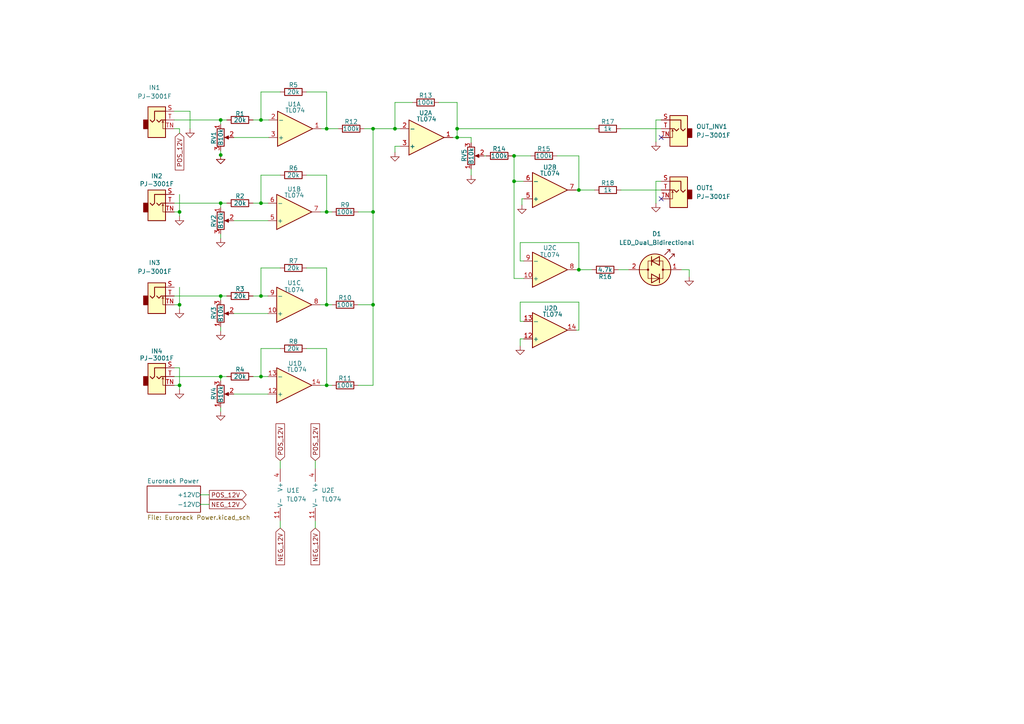
<source format=kicad_sch>
(kicad_sch (version 20211123) (generator eeschema)
  (paper "A4")
  (title_block (title "MiniAttenuMix") (rev "v0.1") (company "benjiaomodular") (comment 1 "CV Mixer with Attenuverted Inputs"))
  (lib_symbols
    (symbol "Amplifier_Operational:TL074" (pin_names (offset 0.127))
      (property "Reference" "U" (at 0 5.08 0))
      (property "Value" "TL074" (at 0 -5.08 0))
      (symbol "TL074_1_1"
        (polyline (pts (xy -5.08 5.08) (xy 5.08 0) (xy -5.08 -5.08) (xy -5.08 5.08)) (stroke (width 0.254)) (fill (type background)))
        (pin output line (at 7.62 0 180) (length 2.54) (name "~") (number "1"))
        (pin input line (at -7.62 -2.54 0) (length 2.54) (name "-") (number "2"))
        (pin input line (at -7.62 2.54 0) (length 2.54) (name "+") (number "3"))
      )
      (symbol "TL074_2_1"
        (polyline (pts (xy -5.08 5.08) (xy 5.08 0) (xy -5.08 -5.08) (xy -5.08 5.08)) (stroke (width 0.254)) (fill (type background)))
        (pin input line (at -7.62 2.54 0) (length 2.54) (name "+") (number "5"))
        (pin input line (at -7.62 -2.54 0) (length 2.54) (name "-") (number "6"))
        (pin output line (at 7.62 0 180) (length 2.54) (name "~") (number "7"))
      )
      (symbol "TL074_3_1"
        (polyline (pts (xy -5.08 5.08) (xy 5.08 0) (xy -5.08 -5.08) (xy -5.08 5.08)) (stroke (width 0.254)) (fill (type background)))
        (pin input line (at -7.62 2.54 0) (length 2.54) (name "+") (number "10"))
        (pin output line (at 7.62 0 180) (length 2.54) (name "~") (number "8"))
        (pin input line (at -7.62 -2.54 0) (length 2.54) (name "-") (number "9"))
      )
      (symbol "TL074_4_1"
        (polyline (pts (xy -5.08 5.08) (xy 5.08 0) (xy -5.08 -5.08) (xy -5.08 5.08)) (stroke (width 0.254)) (fill (type background)))
        (pin input line (at -7.62 2.54 0) (length 2.54) (name "+") (number "12"))
        (pin input line (at -7.62 -2.54 0) (length 2.54) (name "-") (number "13"))
        (pin output line (at 7.62 0 180) (length 2.54) (name "~") (number "14"))
      )
      (symbol "TL074_5_1"
        (pin power_in line (at -2.54 -7.62 90) (length 3.81) (name "V-") (number "11"))
        (pin power_in line (at -2.54 7.62 270) (length 3.81) (name "V+") (number "4"))
      )
    )
    (symbol "Connector:AudioJack2_SwitchT"
      (property "Reference" "J" (at 0 8.89 0))
      (property "Value" "AudioJack2_SwitchT" (at 0 6.35 0))
      (symbol "AudioJack2_SwitchT_0_1"
        (rectangle (start -2.54 0) (end -3.81 -2.54) (stroke (width 0.254)) (fill (type outline)))
        (polyline (pts (xy 1.778 -0.254) (xy 2.032 -0.762)))
        (polyline (pts (xy 0 0) (xy 0.635 -0.635) (xy 1.27 0) (xy 2.54 0)) (stroke (width 0.254)))
        (polyline (pts (xy 2.54 -2.54) (xy 1.778 -2.54) (xy 1.778 -0.254) (xy 1.524 -0.762)))
        (polyline (pts (xy 2.54 2.54) (xy -0.635 2.54) (xy -0.635 0) (xy -1.27 -0.635) (xy -1.905 0)) (stroke (width 0.254)))
        (rectangle (start 2.54 3.81) (end -2.54 -5.08) (stroke (width 0.254)) (fill (type background)))
      )
      (symbol "AudioJack2_SwitchT_1_1"
        (pin passive line (at 5.08 2.54 180) (length 2.54) (name "~") (number "S"))
        (pin passive line (at 5.08 0 180) (length 2.54) (name "~") (number "T"))
        (pin passive line (at 5.08 -2.54 180) (length 2.54) (name "~") (number "TN"))
      )
    )
    (symbol "Device:LED_Dual_Bidirectional" (pin_names (offset 0) hide)
      (property "Reference" "D" (at 0 5.715 0))
      (property "Value" "LED_Dual_Bidirectional" (at 0 -6.35 0))
      (symbol "LED_Dual_Bidirectional_0_1"
        (circle (center -2.032 0) (radius 0.254) (fill (type outline)))
        (polyline (pts (xy -4.572 0) (xy -2.54 0)))
        (polyline (pts (xy -2.032 0) (xy -2.54 0)))
        (polyline (pts (xy -1.016 3.81) (xy -1.016 1.27)) (stroke (width 0.254)))
        (polyline (pts (xy 1.27 -1.27) (xy 1.27 -3.81)) (stroke (width 0.254)))
        (polyline (pts (xy 4.064 0) (xy 2.286 0)) (fill (type outline)))
        (polyline (pts (xy 4.318 5.842) (xy 4.318 5.08)) (stroke (width 0.2032)))
        (polyline (pts (xy 5.588 4.572) (xy 5.588 3.81)) (stroke (width 0.2032)))
        (polyline (pts (xy 2.794 4.318) (xy 4.318 5.842) (xy 3.556 5.842)) (stroke (width 0.2032)))
        (polyline (pts (xy 4.064 3.048) (xy 5.588 4.572) (xy 4.826 4.572)) (stroke (width 0.2032)))
        (polyline (pts (xy -1.016 -1.27) (xy -1.016 -3.81) (xy 1.27 -2.54) (xy -1.016 -1.27)) (stroke (width 0.254)))
        (polyline (pts (xy 1.27 3.81) (xy 1.27 1.27) (xy -1.016 2.54) (xy 1.27 3.81)) (stroke (width 0.254)))
        (polyline (pts (xy 2.286 2.54) (xy -2.032 2.54) (xy -2.032 -2.54) (xy 2.286 -2.54) (xy 2.286 2.54)))
        (circle (center 0 0) (radius 4.572) (stroke (width 0.254)) (fill (type background)))
        (circle (center 2.286 0) (radius 0.254) (fill (type outline)))
      )
      (symbol "LED_Dual_Bidirectional_1_1"
        (pin input line (at 7.62 0 180) (length 3.81) (name "KA") (number "1"))
        (pin input line (at -7.62 0 0) (length 3.048) (name "AK") (number "2"))
      )
    )
    (symbol "Device:R" (pin_numbers hide) (pin_names (offset 0))
      (property "Reference" "R" (at 2.032 0 90))
      (property "Value" "R" (at 0 0 90))
      (symbol "R_0_1"
        (rectangle (start -1.016 -2.54) (end 1.016 2.54) (stroke (width 0.254)))
      )
      (symbol "R_1_1"
        (pin passive line (at 0 3.81 270) (length 1.27) (name "~") (number "1"))
        (pin passive line (at 0 -3.81 90) (length 1.27) (name "~") (number "2"))
      )
    )
    (symbol "Device:R_Potentiometer" (pin_names (offset 1.016) hide)
      (property "Reference" "RV" (at -4.445 0 90))
      (property "Value" "R_Potentiometer" (at -2.54 0 90))
      (symbol "R_Potentiometer_0_1"
        (polyline (pts (xy 2.54 0) (xy 1.524 0)))
        (polyline (pts (xy 1.143 0) (xy 2.286 0.508) (xy 2.286 -0.508) (xy 1.143 0)) (fill (type outline)))
        (rectangle (start 1.016 2.54) (end -1.016 -2.54) (stroke (width 0.254)))
      )
      (symbol "R_Potentiometer_1_1"
        (pin passive line (at 0 3.81 270) (length 1.27) (name "1") (number "1"))
        (pin passive line (at 3.81 0 180) (length 1.27) (name "2") (number "2"))
        (pin passive line (at 0 -3.81 90) (length 1.27) (name "3") (number "3"))
      )
    )
    (symbol "power:GND" (power) (pin_names (offset 0))
      (property "Value" "GND" (at 0 -3.81 0))
      (symbol "GND_0_1"
        (polyline (pts (xy 0 0) (xy 0 -1.27) (xy 1.27 -1.27) (xy 0 -2.54) (xy -1.27 -1.27) (xy 0 -1.27)))
      )
      (symbol "GND_1_1"
        (pin power_in line (at 0 0 270) (length 0) hide (name "GND") (number "1"))
      )
    )
  )
  (junction (at 94.742 37.338))
  (junction (at 94.742 88.392))
  (junction (at 64.008 34.798))
  (junction (at 167.894 78.232))
  (junction (at 64.008 58.928))
  (junction (at 132.588 37.338))
  (junction (at 75.692 85.852))
  (junction (at 52.07 88.392))
  (junction (at 149.098 45.212))
  (junction (at 52.07 61.468))
  (junction (at 52.07 111.76))
  (junction (at 64.008 85.852))
  (junction (at 64.008 44.958))
  (junction (at 132.588 39.878))
  (junction (at 94.742 61.468))
  (junction (at 149.098 52.578))
  (junction (at 114.554 37.338))
  (junction (at 94.742 111.76))
  (junction (at 108.204 61.468))
  (junction (at 75.692 58.928))
  (junction (at 108.204 37.338))
  (junction (at 108.204 88.392))
  (junction (at 167.894 55.118))
  (junction (at 75.692 34.798))
  (junction (at 64.008 109.22))
  (junction (at 75.692 109.22))
  (no_connect (at 191.77 39.878))
  (no_connect (at 191.77 57.658))
  (wire (pts (xy 108.204 88.392) (xy 103.886 88.392)))
  (wire (pts (xy 81.28 26.67) (xy 75.692 26.67)))
  (wire (pts (xy 179.324 78.232) (xy 182.372 78.232)))
  (wire (pts (xy 50.546 61.468) (xy 52.07 61.468)))
  (wire (pts (xy 191.77 52.578) (xy 190.246 52.578)))
  (wire (pts (xy 94.742 77.724) (xy 94.742 88.392)))
  (wire (pts (xy 64.008 34.798) (xy 64.008 36.068)))
  (wire (pts (xy 50.546 58.928) (xy 64.008 58.928)))
  (wire (pts (xy 52.07 106.68) (xy 52.07 111.76)))
  (wire (pts (xy 52.07 88.392) (xy 52.07 89.662)))
  (wire (pts (xy 167.132 78.232) (xy 167.894 78.232)))
  (wire (pts (xy 81.28 77.724) (xy 75.692 77.724)))
  (wire (pts (xy 94.742 26.67) (xy 94.742 37.338)))
  (wire (pts (xy 94.742 88.392) (xy 92.964 88.392)))
  (wire (pts (xy 64.008 34.798) (xy 65.786 34.798)))
  (wire (pts (xy 52.07 56.388) (xy 52.07 61.468)))
  (wire (pts (xy 50.546 106.68) (xy 52.07 106.68)))
  (wire (pts (xy 50.546 85.852) (xy 64.008 85.852)))
  (wire (pts (xy 94.742 37.338) (xy 98.044 37.338)))
  (wire (pts (xy 94.742 88.392) (xy 96.266 88.392)))
  (wire (pts (xy 75.692 50.8) (xy 75.692 58.928)))
  (wire (pts (xy 94.742 50.8) (xy 94.742 61.468)))
  (wire (pts (xy 94.742 37.338) (xy 93.218 37.338)))
  (wire (pts (xy 150.876 100.33) (xy 150.876 98.298)))
  (wire (pts (xy 114.554 29.718) (xy 114.554 37.338)))
  (wire (pts (xy 73.406 85.852) (xy 75.692 85.852)))
  (wire (pts (xy 67.818 64.008) (xy 77.724 64.008)))
  (wire (pts (xy 67.818 90.932) (xy 77.724 90.932)))
  (wire (pts (xy 75.692 34.798) (xy 77.978 34.798)))
  (wire (pts (xy 132.588 37.338) (xy 172.466 37.338)))
  (wire (pts (xy 149.098 45.212) (xy 153.924 45.212)))
  (wire (pts (xy 88.9 101.092) (xy 94.742 101.092)))
  (wire (pts (xy 167.894 45.212) (xy 167.894 55.118)))
  (wire (pts (xy 55.118 32.258) (xy 55.118 37.338)))
  (wire (pts (xy 149.098 80.772) (xy 151.892 80.772)))
  (wire (pts (xy 64.008 58.928) (xy 65.786 58.928)))
  (wire (pts (xy 91.44 133.604) (xy 91.44 135.89)))
  (wire (pts (xy 75.692 101.092) (xy 75.692 109.22)))
  (wire (pts (xy 52.07 37.338) (xy 52.07 38.608)))
  (wire (pts (xy 140.462 45.212) (xy 140.97 45.212)))
  (wire (pts (xy 161.544 45.212) (xy 167.894 45.212)))
  (wire (pts (xy 136.652 39.878) (xy 136.652 41.402)))
  (wire (pts (xy 81.28 133.604) (xy 81.28 135.89)))
  (wire (pts (xy 50.546 88.392) (xy 52.07 88.392)))
  (wire (pts (xy 58.166 146.304) (xy 60.706 146.304)))
  (wire (pts (xy 151.892 93.218) (xy 150.876 93.218)))
  (wire (pts (xy 180.086 37.338) (xy 191.77 37.338)))
  (wire (pts (xy 94.742 61.468) (xy 96.266 61.468)))
  (wire (pts (xy 64.008 67.818) (xy 64.008 69.088)))
  (wire (pts (xy 167.894 70.358) (xy 167.894 78.232)))
  (wire (pts (xy 108.204 37.338) (xy 108.204 61.468)))
  (wire (pts (xy 88.9 77.724) (xy 94.742 77.724)))
  (wire (pts (xy 149.098 45.212) (xy 149.098 52.578)))
  (wire (pts (xy 150.876 87.63) (xy 167.894 87.63)))
  (wire (pts (xy 75.692 109.22) (xy 77.724 109.22)))
  (wire (pts (xy 88.9 26.67) (xy 94.742 26.67)))
  (wire (pts (xy 167.894 87.63) (xy 167.894 95.758)))
  (wire (pts (xy 191.77 34.798) (xy 190.246 34.798)))
  (wire (pts (xy 81.28 151.13) (xy 81.28 153.162)))
  (wire (pts (xy 180.086 55.118) (xy 191.77 55.118)))
  (wire (pts (xy 64.008 109.22) (xy 64.008 110.49)))
  (wire (pts (xy 52.07 61.468) (xy 52.07 62.738)))
  (wire (pts (xy 132.588 39.878) (xy 136.652 39.878)))
  (wire (pts (xy 127.254 29.718) (xy 132.588 29.718)))
  (wire (pts (xy 94.742 111.76) (xy 96.266 111.76)))
  (wire (pts (xy 52.07 83.312) (xy 52.07 88.392)))
  (wire (pts (xy 75.692 58.928) (xy 77.724 58.928)))
  (wire (pts (xy 151.892 57.658) (xy 151.384 57.658)))
  (wire (pts (xy 167.894 55.118) (xy 167.132 55.118)))
  (wire (pts (xy 167.894 55.118) (xy 172.466 55.118)))
  (wire (pts (xy 132.588 39.878) (xy 131.318 39.878)))
  (wire (pts (xy 64.008 94.742) (xy 64.008 96.012)))
  (wire (pts (xy 67.818 39.878) (xy 77.978 39.878)))
  (wire (pts (xy 64.008 58.928) (xy 64.008 60.198)))
  (wire (pts (xy 50.546 109.22) (xy 64.008 109.22)))
  (wire (pts (xy 64.008 43.688) (xy 64.008 44.958)))
  (wire (pts (xy 119.634 29.718) (xy 114.554 29.718)))
  (wire (pts (xy 150.876 75.692) (xy 150.876 70.358)))
  (wire (pts (xy 116.078 42.418) (xy 114.554 42.418)))
  (wire (pts (xy 136.652 49.022) (xy 136.652 50.8)))
  (wire (pts (xy 58.166 143.51) (xy 60.706 143.51)))
  (wire (pts (xy 151.892 75.692) (xy 150.876 75.692)))
  (wire (pts (xy 81.28 101.092) (xy 75.692 101.092)))
  (wire (pts (xy 150.876 70.358) (xy 167.894 70.358)))
  (wire (pts (xy 73.406 34.798) (xy 75.692 34.798)))
  (wire (pts (xy 150.876 93.218) (xy 150.876 87.63)))
  (wire (pts (xy 148.59 45.212) (xy 149.098 45.212)))
  (wire (pts (xy 94.742 101.092) (xy 94.742 111.76)))
  (wire (pts (xy 64.008 118.11) (xy 64.008 119.38)))
  (wire (pts (xy 103.886 61.468) (xy 108.204 61.468)))
  (wire (pts (xy 132.588 37.338) (xy 132.588 39.878)))
  (wire (pts (xy 88.9 50.8) (xy 94.742 50.8)))
  (wire (pts (xy 149.098 52.578) (xy 149.098 80.772)))
  (wire (pts (xy 75.692 85.852) (xy 77.724 85.852)))
  (wire (pts (xy 81.28 50.8) (xy 75.692 50.8)))
  (wire (pts (xy 108.204 37.338) (xy 114.554 37.338)))
  (wire (pts (xy 75.692 77.724) (xy 75.692 85.852)))
  (wire (pts (xy 50.546 32.258) (xy 55.118 32.258)))
  (wire (pts (xy 50.546 34.798) (xy 64.008 34.798)))
  (wire (pts (xy 150.876 98.298) (xy 151.892 98.298)))
  (wire (pts (xy 73.406 109.22) (xy 75.692 109.22)))
  (wire (pts (xy 132.588 29.718) (xy 132.588 37.338)))
  (wire (pts (xy 64.008 85.852) (xy 65.786 85.852)))
  (wire (pts (xy 149.098 52.578) (xy 151.892 52.578)))
  (wire (pts (xy 199.898 80.264) (xy 199.898 78.232)))
  (wire (pts (xy 114.554 42.418) (xy 114.554 44.196)))
  (wire (pts (xy 73.406 58.928) (xy 75.692 58.928)))
  (wire (pts (xy 64.008 109.22) (xy 65.786 109.22)))
  (wire (pts (xy 75.692 26.67) (xy 75.692 34.798)))
  (wire (pts (xy 114.554 37.338) (xy 116.078 37.338)))
  (wire (pts (xy 151.384 57.658) (xy 151.384 59.436)))
  (wire (pts (xy 108.204 88.392) (xy 108.204 111.76)))
  (wire (pts (xy 167.894 78.232) (xy 171.704 78.232)))
  (wire (pts (xy 105.664 37.338) (xy 108.204 37.338)))
  (wire (pts (xy 167.132 95.758) (xy 167.894 95.758)))
  (wire (pts (xy 91.44 151.13) (xy 91.44 153.162)))
  (wire (pts (xy 199.898 78.232) (xy 197.612 78.232)))
  (wire (pts (xy 52.07 111.76) (xy 52.07 113.03)))
  (wire (pts (xy 190.246 52.578) (xy 190.246 58.928)))
  (wire (pts (xy 108.204 61.468) (xy 108.204 88.392)))
  (wire (pts (xy 50.546 37.338) (xy 52.07 37.338)))
  (wire (pts (xy 67.818 114.3) (xy 77.724 114.3)))
  (wire (pts (xy 64.008 85.852) (xy 64.008 87.122)))
  (wire (pts (xy 94.742 61.468) (xy 92.964 61.468)))
  (wire (pts (xy 190.246 34.798) (xy 190.246 41.148)))
  (wire (pts (xy 94.742 111.76) (xy 92.964 111.76)))
  (wire (pts (xy 50.546 111.76) (xy 52.07 111.76)))
  (wire (pts (xy 108.204 111.76) (xy 103.886 111.76)))
  (global_label "POS_12V" (shape input) (at 81.28 133.604 90) (property "Intersheet References" "${INTERSHEET_REFS}" (effects hide)))
  (global_label "NEG_12V" (shape output) (at 60.706 146.304 0) (property "Intersheet References" "${INTERSHEET_REFS}" (effects hide)))
  (global_label "NEG_12V" (shape input) (at 91.44 153.162 270) (property "Intersheet References" "${INTERSHEET_REFS}" (effects hide)))
  (global_label "POS_12V" (shape input) (at 52.07 38.608 270) (property "Intersheet References" "${INTERSHEET_REFS}" (effects hide)))
  (global_label "POS_12V" (shape output) (at 60.706 143.51 0) (property "Intersheet References" "${INTERSHEET_REFS}" (effects hide)))
  (global_label "POS_12V" (shape input) (at 91.44 133.604 90) (property "Intersheet References" "${INTERSHEET_REFS}" (effects hide)))
  (global_label "NEG_12V" (shape input) (at 81.28 153.162 270) (property "Intersheet References" "${INTERSHEET_REFS}" (effects hide)))
  (symbol (lib_id "Device:R") (at 100.076 61.468 90) (unit 1)
    (property "Reference" "R9" (at 100.076 59.436 90))
    (property "Value" "100k" (at 100.076 61.468 90))
  )
  (symbol (lib_id "Amplifier_Operational:TL074") (at 159.512 55.118 0) (mirror x) (unit 2)
    (property "Reference" "U2" (at 159.512 48.514 0))
    (property "Value" "TL074" (at 159.512 50.292 0))
    (property "Datasheet" "http://www.ti.com/lit/ds/symlink/tl071.pdf" (effects hide))
  )
  (symbol (lib_id "power:GND") (at 64.008 96.012 0) (unit 1)
    (property "Reference" "#PWR08" (effects hide))
    (property "Value" "GND" (effects hide))
  )
  (symbol (lib_id "Device:R") (at 175.514 78.232 270) (unit 1)
    (property "Reference" "R16" (at 175.514 80.264 90))
    (property "Value" "4.7k" (at 175.514 78.232 90))
  )
  (symbol (lib_id "Device:R_Potentiometer") (at 136.652 45.212 0) (mirror x) (unit 1)
    (property "Reference" "RV5" (at 134.62 46.99 90) (effects (justify right)))
    (property "Value" "B10k" (at 136.652 47.752 90) (effects (justify right)))
  )
  (symbol (lib_id "power:GND") (at 64.008 119.38 0) (unit 1)
    (property "Reference" "#PWR09" (effects hide))
    (property "Value" "GND" (effects hide))
  )
  (symbol (lib_id "power:GND") (at 151.384 59.436 0) (unit 1)
    (property "Reference" "#PWR013" (effects hide))
    (property "Value" "GND" (effects hide))
  )
  (symbol (lib_id "Device:R_Potentiometer") (at 64.008 64.008 0) (unit 1)
    (property "Reference" "RV2" (at 61.976 62.23 90) (effects (justify right)))
    (property "Value" "B10k" (at 64.008 61.468 90) (effects (justify right)))
  )
  (symbol (lib_id "Device:R") (at 144.78 45.212 90) (unit 1)
    (property "Reference" "R14" (at 144.78 43.18 90))
    (property "Value" "100k" (at 144.78 45.212 90))
  )
  (symbol (lib_id "Device:R") (at 101.854 37.338 90) (unit 1)
    (property "Reference" "R12" (at 101.854 35.306 90))
    (property "Value" "100k" (at 101.854 37.338 90))
  )
  (symbol (lib_id "Device:LED_Dual_Bidirectional") (at 189.992 78.232 0) (unit 1)
    (property "Reference" "D1" (at 190.4873 67.818 0))
    (property "Value" "LED_Dual_Bidirectional" (at 190.4873 70.358 0))
  )
  (symbol (lib_id "Device:R_Potentiometer") (at 64.008 90.932 0) (mirror x) (unit 1)
    (property "Reference" "RV3" (at 61.976 92.71 90) (effects (justify right)))
    (property "Value" "B10k" (at 64.008 93.472 90) (effects (justify right)))
  )
  (symbol (lib_id "power:GND") (at 52.07 113.03 0) (unit 1)
    (property "Reference" "#PWR03" (effects hide))
    (property "Value" "GND" (effects hide))
  )
  (symbol (lib_id "power:GND") (at 199.898 80.264 0) (unit 1)
    (property "Reference" "#PWR016" (effects hide))
    (property "Value" "GND" (effects hide))
  )
  (symbol (lib_id "Connector:AudioJack2_SwitchT") (at 45.466 109.22 0) (unit 1)
    (property "Reference" "IN4" (at 45.466 101.854 0))
    (property "Value" "PJ-3001F" (at 45.466 103.886 0))
  )
  (symbol (lib_id "Device:R") (at 157.734 45.212 90) (unit 1)
    (property "Reference" "R15" (at 157.734 43.18 90))
    (property "Value" "100k" (at 157.734 45.212 90))
  )
  (symbol (lib_id "Amplifier_Operational:TL074") (at 85.344 61.468 0) (mirror x) (unit 2)
    (property "Reference" "U1" (at 85.344 54.864 0))
    (property "Value" "TL074" (at 85.344 56.642 0))
    (property "Datasheet" "http://www.ti.com/lit/ds/symlink/tl071.pdf" (effects hide))
  )
  (symbol (lib_id "Device:R") (at 85.09 77.724 90) (unit 1)
    (property "Reference" "R7" (at 85.09 75.692 90))
    (property "Value" "20k" (at 85.09 77.724 90))
  )
  (symbol (lib_id "Amplifier_Operational:TL074") (at 85.344 111.76 0) (mirror x) (unit 4)
    (property "Reference" "U1" (at 85.598 105.41 0))
    (property "Value" "TL074" (at 86.106 107.188 0))
    (property "Datasheet" "http://www.ti.com/lit/ds/symlink/tl071.pdf" (effects hide))
  )
  (symbol (lib_id "Device:R") (at 69.596 109.22 90) (unit 1)
    (property "Reference" "R4" (at 69.596 107.188 90))
    (property "Value" "20k" (at 69.596 109.22 90))
  )
  (symbol (lib_id "Amplifier_Operational:TL074") (at 159.512 95.758 0) (mirror x) (unit 4)
    (property "Reference" "U2" (at 159.766 89.408 0))
    (property "Value" "TL074" (at 160.274 91.186 0))
    (property "Datasheet" "http://www.ti.com/lit/ds/symlink/tl071.pdf" (effects hide))
  )
  (symbol (lib_id "Device:R") (at 85.09 50.8 90) (unit 1)
    (property "Reference" "R6" (at 85.09 48.768 90))
    (property "Value" "20k" (at 85.09 50.8 90))
  )
  (symbol (lib_id "power:GND") (at 64.008 44.958 0) (unit 1)
    (property "Reference" "#PWR05" (effects hide))
    (property "Value" "GND" (effects hide))
  )
  (symbol (lib_id "Device:R") (at 176.276 55.118 90) (unit 1)
    (property "Reference" "R18" (at 176.276 53.086 90))
    (property "Value" "1k" (at 176.276 55.118 90))
  )
  (symbol (lib_id "Device:R") (at 69.596 85.852 90) (unit 1)
    (property "Reference" "R3" (at 69.596 83.82 90))
    (property "Value" "20k" (at 69.596 85.852 90))
  )
  (symbol (lib_id "Device:R") (at 123.444 29.718 90) (unit 1)
    (property "Reference" "R13" (at 123.444 27.686 90))
    (property "Value" "100k" (at 123.444 29.718 90))
  )
  (symbol (lib_id "Amplifier_Operational:TL074") (at 123.698 39.878 0) (mirror x) (unit 1)
    (property "Reference" "U2" (at 123.444 32.766 0))
    (property "Value" "TL074" (at 123.698 34.544 0))
    (property "Datasheet" "http://www.ti.com/lit/ds/symlink/tl071.pdf" (effects hide))
  )
  (symbol (lib_id "power:GND") (at 64.008 69.088 0) (unit 1)
    (property "Reference" "#PWR07" (effects hide))
    (property "Value" "GND" (effects hide))
  )
  (symbol (lib_id "Connector:AudioJack2_SwitchT") (at 196.85 55.118 0) (mirror y) (unit 1)
    (property "Reference" "OUT1" (at 201.93 54.4829 0) (effects (justify right)))
    (property "Value" "PJ-3001F" (at 201.93 57.0229 0) (effects (justify right)))
  )
  (symbol (lib_id "Device:R") (at 85.09 26.67 90) (unit 1)
    (property "Reference" "R5" (at 85.09 24.638 90))
    (property "Value" "20k" (at 85.09 26.67 90))
  )
  (symbol (lib_id "Amplifier_Operational:TL074") (at 85.344 88.392 0) (mirror x) (unit 3)
    (property "Reference" "U1" (at 85.344 82.042 0))
    (property "Value" "TL074" (at 85.344 84.074 0))
    (property "Datasheet" "http://www.ti.com/lit/ds/symlink/tl071.pdf" (effects hide))
  )
  (symbol (lib_id "Device:R") (at 100.076 111.76 90) (unit 1)
    (property "Reference" "R11" (at 100.076 109.728 90))
    (property "Value" "100k" (at 100.076 111.76 90))
  )
  (symbol (lib_id "power:GND") (at 190.246 58.928 0) (mirror y) (unit 1)
    (property "Reference" "#PWR015" (effects hide))
    (property "Value" "GND" (effects hide))
  )
  (symbol (lib_id "Connector:AudioJack2_SwitchT") (at 45.466 85.852 0) (unit 1)
    (property "Reference" "IN3" (at 44.831 76.2 0))
    (property "Value" "PJ-3001F" (at 44.831 78.74 0))
  )
  (symbol (lib_id "Amplifier_Operational:TL074") (at 159.512 78.232 0) (mirror x) (unit 3)
    (property "Reference" "U2" (at 159.512 71.882 0))
    (property "Value" "TL074" (at 159.512 73.914 0))
    (property "Datasheet" "http://www.ti.com/lit/ds/symlink/tl071.pdf" (effects hide))
  )
  (symbol (lib_id "Device:R") (at 100.076 88.392 90) (unit 1)
    (property "Reference" "R10" (at 100.076 86.36 90))
    (property "Value" "100k" (at 100.076 88.392 90))
  )
  (symbol (lib_id "power:GND") (at 136.652 50.8 0) (unit 1)
    (property "Reference" "#PWR011" (effects hide))
    (property "Value" "GND" (effects hide))
  )
  (symbol (lib_id "Connector:AudioJack2_SwitchT") (at 45.466 34.798 0) (unit 1)
    (property "Reference" "IN1" (at 44.831 25.4 0))
    (property "Value" "PJ-3001F" (at 44.831 27.94 0))
  )
  (symbol (lib_id "Amplifier_Operational:TL074") (at 83.82 143.51 0) (unit 5)
    (property "Reference" "U1" (at 83.058 142.2399 0) (effects (justify left)))
    (property "Value" "TL074" (at 83.058 144.7799 0) (effects (justify left)))
    (property "Datasheet" "http://www.ti.com/lit/ds/symlink/tl071.pdf" (effects hide))
  )
  (symbol (lib_id "Device:R_Potentiometer") (at 64.008 114.3 0) (mirror x) (unit 1)
    (property "Reference" "RV4" (at 61.976 116.078 90) (effects (justify right)))
    (property "Value" "B10k" (at 64.008 116.84 90) (effects (justify right)))
  )
  (symbol (lib_id "Device:R") (at 69.596 34.798 90) (unit 1)
    (property "Reference" "R1" (at 69.596 33.02 90))
    (property "Value" "20k" (at 69.596 34.798 90))
  )
  (symbol (lib_id "power:GND") (at 55.118 37.338 0) (unit 1)
    (property "Reference" "#PWR04" (effects hide))
    (property "Value" "GND" (effects hide))
  )
  (symbol (lib_id "power:GND") (at 150.876 100.33 0) (unit 1)
    (property "Reference" "#PWR012" (effects hide))
    (property "Value" "GND" (effects hide))
  )
  (symbol (lib_id "Device:R") (at 85.09 101.092 90) (unit 1)
    (property "Reference" "R8" (at 85.09 99.06 90))
    (property "Value" "20k" (at 85.09 101.092 90))
  )
  (symbol (lib_id "Device:R") (at 69.596 58.928 90) (unit 1)
    (property "Reference" "R2" (at 69.596 56.896 90))
    (property "Value" "20k" (at 69.596 58.928 90))
  )
  (symbol (lib_id "power:GND") (at 52.07 89.662 0) (unit 1)
    (property "Reference" "#PWR02" (effects hide))
    (property "Value" "GND" (effects hide))
  )
  (symbol (lib_id "power:GND") (at 64.008 44.958 0) (unit 1)
    (property "Reference" "#PWR06" (effects hide))
    (property "Value" "GND" (effects hide))
  )
  (symbol (lib_id "Connector:AudioJack2_SwitchT") (at 196.85 37.338 0) (mirror y) (unit 1)
    (property "Reference" "OUT_INV1" (at 201.93 36.7029 0) (effects (justify right)))
    (property "Value" "PJ-3001F" (at 201.93 39.2429 0) (effects (justify right)))
  )
  (symbol (lib_id "Device:R") (at 176.276 37.338 90) (unit 1)
    (property "Reference" "R17" (at 176.276 35.306 90))
    (property "Value" "1k" (at 176.276 37.338 90))
  )
  (symbol (lib_id "power:GND") (at 52.07 62.738 0) (unit 1)
    (property "Reference" "#PWR01" (effects hide))
    (property "Value" "GND" (effects hide))
  )
  (symbol (lib_id "Device:R_Potentiometer") (at 64.008 39.878 0) (unit 1)
    (property "Reference" "RV1" (at 61.976 38.1 90) (effects (justify right)))
    (property "Value" "B10k" (at 64.008 37.338 90) (effects (justify right)))
  )
  (symbol (lib_id "Amplifier_Operational:TL074") (at 85.598 37.338 0) (mirror x) (unit 1)
    (property "Reference" "U1" (at 85.344 30.226 0))
    (property "Value" "TL074" (at 85.598 32.004 0))
    (property "Datasheet" "http://www.ti.com/lit/ds/symlink/tl071.pdf" (effects hide))
  )
  (symbol (lib_id "power:GND") (at 114.554 44.196 0) (unit 1)
    (property "Reference" "#PWR010" (effects hide))
    (property "Value" "GND" (effects hide))
  )
  (symbol (lib_id "Amplifier_Operational:TL074") (at 93.98 143.51 0) (unit 5)
    (property "Reference" "U2" (at 93.218 142.2399 0) (effects (justify left)))
    (property "Value" "TL074" (at 93.218 144.7799 0) (effects (justify left)))
    (property "Datasheet" "http://www.ti.com/lit/ds/symlink/tl071.pdf" (effects hide))
  )
  (symbol (lib_id "Connector:AudioJack2_SwitchT") (at 45.466 58.928 0) (unit 1)
    (property "Reference" "IN2" (at 45.466 51.054 0))
    (property "Value" "PJ-3001F" (at 45.466 53.34 0))
  )
  (symbol (lib_id "power:GND") (at 190.246 41.148 0) (mirror y) (unit 1)
    (property "Reference" "#PWR014" (effects hide))
    (property "Value" "GND" (effects hide))
  )
  (sheet (at 42.672 140.97) (size 15.494 7.62) (stroke (width 0.1524))
    (property "Sheet name" "Eurorack Power" (at 42.672 140.2584 0) (effects (justify left bottom)))
    (property "Sheet file" "Eurorack Power.kicad_sch" (at 42.672 149.352 0) (effects (justify left top)))
    (pin "+12V" output (at 58.166 143.51 0))
    (pin "-12V" output (at 58.166 146.304 0))
  )
)
</source>
